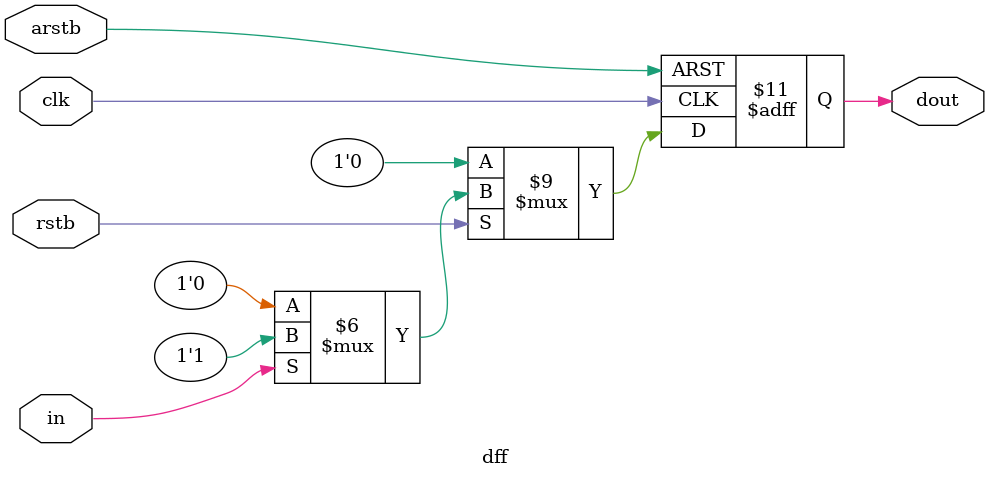
<source format=v>

`timescale 1ns/1fs
module dff(
	input	  wire	clk,	
    input     wire  arstb,	
    input     wire  rstb,	
    input	  wire  in,	

	output	  reg	dout	// Data output
	);




    always @(posedge clk or negedge arstb) begin
		if(!arstb) begin 
            dout <= 1'b0;
        end
        else if (!rstb) begin
            dout <= 1'b0;
        end
        else begin
            if(in == 1'b1) begin
				dout <=  1'b1 ;
		    end
            else begin
                dout <=  1'b0 ;
        	end
		end
    end
endmodule

</source>
